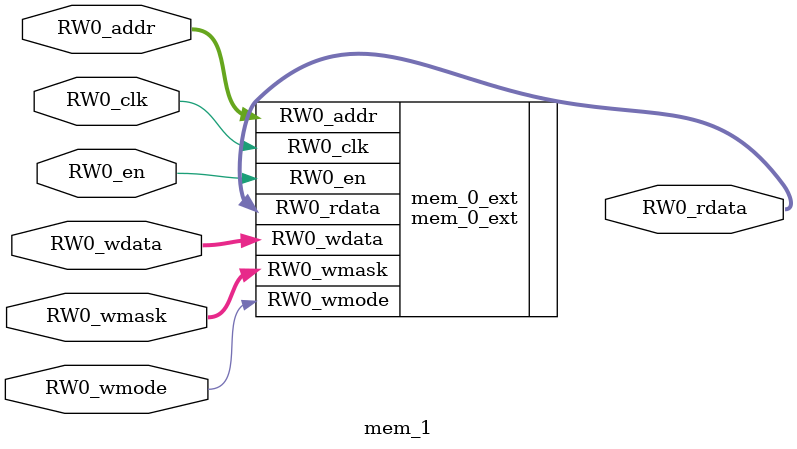
<source format=sv>
`ifndef RANDOMIZE
  `ifdef RANDOMIZE_REG_INIT
    `define RANDOMIZE
  `endif // RANDOMIZE_REG_INIT
`endif // not def RANDOMIZE
`ifndef RANDOMIZE
  `ifdef RANDOMIZE_MEM_INIT
    `define RANDOMIZE
  `endif // RANDOMIZE_MEM_INIT
`endif // not def RANDOMIZE

`ifndef RANDOM
  `define RANDOM $random
`endif // not def RANDOM

// Users can define 'PRINTF_COND' to add an extra gate to prints.
`ifndef PRINTF_COND_
  `ifdef PRINTF_COND
    `define PRINTF_COND_ (`PRINTF_COND)
  `else  // PRINTF_COND
    `define PRINTF_COND_ 1
  `endif // PRINTF_COND
`endif // not def PRINTF_COND_

// Users can define 'ASSERT_VERBOSE_COND' to add an extra gate to assert error printing.
`ifndef ASSERT_VERBOSE_COND_
  `ifdef ASSERT_VERBOSE_COND
    `define ASSERT_VERBOSE_COND_ (`ASSERT_VERBOSE_COND)
  `else  // ASSERT_VERBOSE_COND
    `define ASSERT_VERBOSE_COND_ 1
  `endif // ASSERT_VERBOSE_COND
`endif // not def ASSERT_VERBOSE_COND_

// Users can define 'STOP_COND' to add an extra gate to stop conditions.
`ifndef STOP_COND_
  `ifdef STOP_COND
    `define STOP_COND_ (`STOP_COND)
  `else  // STOP_COND
    `define STOP_COND_ 1
  `endif // STOP_COND
`endif // not def STOP_COND_

// Users can define INIT_RANDOM as general code that gets injected into the
// initializer block for modules with registers.
`ifndef INIT_RANDOM
  `define INIT_RANDOM
`endif // not def INIT_RANDOM

// If using random initialization, you can also define RANDOMIZE_DELAY to
// customize the delay used, otherwise 0.002 is used.
`ifndef RANDOMIZE_DELAY
  `define RANDOMIZE_DELAY 0.002
`endif // not def RANDOMIZE_DELAY

// Define INIT_RANDOM_PROLOG_ for use in our modules below.
`ifndef INIT_RANDOM_PROLOG_
  `ifdef RANDOMIZE
    `ifdef VERILATOR
      `define INIT_RANDOM_PROLOG_ `INIT_RANDOM
    `else  // VERILATOR
      `define INIT_RANDOM_PROLOG_ `INIT_RANDOM #`RANDOMIZE_DELAY begin end
    `endif // VERILATOR
  `else  // RANDOMIZE
    `define INIT_RANDOM_PROLOG_
  `endif // RANDOMIZE
`endif // not def INIT_RANDOM_PROLOG_

module mem_1(	// @[AccumulatorMem.scala:184:30]
  input  [6:0]   RW0_addr,
  input          RW0_en,
                 RW0_clk,
                 RW0_wmode,
  input  [511:0] RW0_wdata,
  input  [63:0]  RW0_wmask,
  output [511:0] RW0_rdata
);

  mem_0_ext mem_0_ext (	// @[AccumulatorMem.scala:184:30]
    .RW0_addr  (RW0_addr),
    .RW0_en    (RW0_en),
    .RW0_clk   (RW0_clk),
    .RW0_wmode (RW0_wmode),
    .RW0_wdata (RW0_wdata),
    .RW0_wmask (RW0_wmask),
    .RW0_rdata (RW0_rdata)
  );
endmodule


</source>
